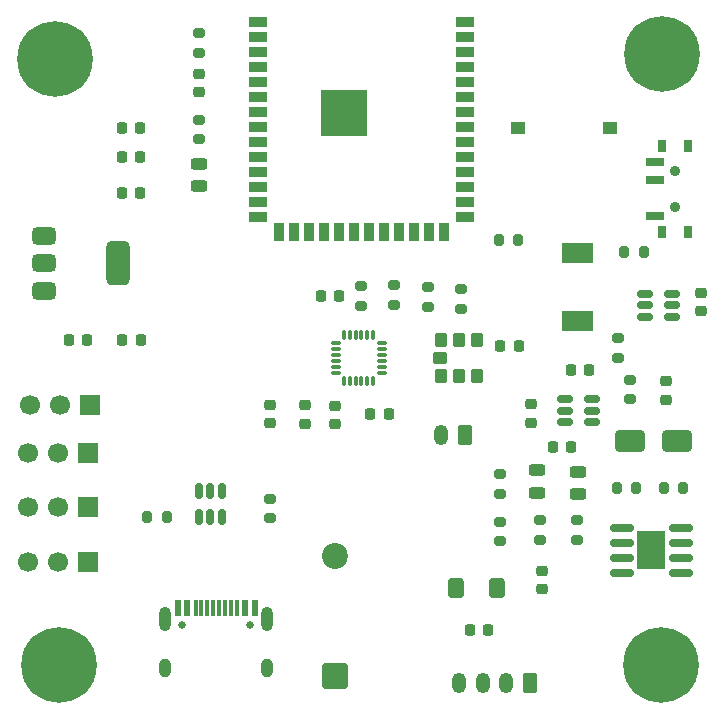
<source format=gts>
G04 #@! TF.GenerationSoftware,KiCad,Pcbnew,9.0.4-9.0.4-0~ubuntu22.04.1*
G04 #@! TF.CreationDate,2025-12-08T20:55:34+05:30*
G04 #@! TF.ProjectId,ESP32_FC,45535033-325f-4464-932e-6b696361645f,rev?*
G04 #@! TF.SameCoordinates,Original*
G04 #@! TF.FileFunction,Soldermask,Top*
G04 #@! TF.FilePolarity,Negative*
%FSLAX46Y46*%
G04 Gerber Fmt 4.6, Leading zero omitted, Abs format (unit mm)*
G04 Created by KiCad (PCBNEW 9.0.4-9.0.4-0~ubuntu22.04.1) date 2025-12-08 20:55:34*
%MOMM*%
%LPD*%
G01*
G04 APERTURE LIST*
G04 Aperture macros list*
%AMRoundRect*
0 Rectangle with rounded corners*
0 $1 Rounding radius*
0 $2 $3 $4 $5 $6 $7 $8 $9 X,Y pos of 4 corners*
0 Add a 4 corners polygon primitive as box body*
4,1,4,$2,$3,$4,$5,$6,$7,$8,$9,$2,$3,0*
0 Add four circle primitives for the rounded corners*
1,1,$1+$1,$2,$3*
1,1,$1+$1,$4,$5*
1,1,$1+$1,$6,$7*
1,1,$1+$1,$8,$9*
0 Add four rect primitives between the rounded corners*
20,1,$1+$1,$2,$3,$4,$5,0*
20,1,$1+$1,$4,$5,$6,$7,0*
20,1,$1+$1,$6,$7,$8,$9,0*
20,1,$1+$1,$8,$9,$2,$3,0*%
G04 Aperture macros list end*
%ADD10RoundRect,0.200000X-0.275000X0.200000X-0.275000X-0.200000X0.275000X-0.200000X0.275000X0.200000X0*%
%ADD11RoundRect,0.225000X0.250000X-0.225000X0.250000X0.225000X-0.250000X0.225000X-0.250000X-0.225000X0*%
%ADD12RoundRect,0.225000X0.225000X0.250000X-0.225000X0.250000X-0.225000X-0.250000X0.225000X-0.250000X0*%
%ADD13R,1.700000X1.700000*%
%ADD14C,1.700000*%
%ADD15RoundRect,0.225000X-0.225000X-0.250000X0.225000X-0.250000X0.225000X0.250000X-0.225000X0.250000X0*%
%ADD16RoundRect,0.200000X-0.200000X-0.275000X0.200000X-0.275000X0.200000X0.275000X-0.200000X0.275000X0*%
%ADD17RoundRect,0.225000X-0.250000X0.225000X-0.250000X-0.225000X0.250000X-0.225000X0.250000X0.225000X0*%
%ADD18C,0.800000*%
%ADD19C,6.400000*%
%ADD20RoundRect,0.243750X0.456250X-0.243750X0.456250X0.243750X-0.456250X0.243750X-0.456250X-0.243750X0*%
%ADD21RoundRect,0.250000X0.350000X0.625000X-0.350000X0.625000X-0.350000X-0.625000X0.350000X-0.625000X0*%
%ADD22O,1.200000X1.750000*%
%ADD23RoundRect,0.200000X0.275000X-0.200000X0.275000X0.200000X-0.275000X0.200000X-0.275000X-0.200000X0*%
%ADD24C,0.650000*%
%ADD25R,0.600000X1.450000*%
%ADD26R,0.300000X1.450000*%
%ADD27O,1.000000X2.100000*%
%ADD28O,1.000000X1.600000*%
%ADD29RoundRect,0.250000X-0.400000X-0.600000X0.400000X-0.600000X0.400000X0.600000X-0.400000X0.600000X0*%
%ADD30R,0.800000X1.000000*%
%ADD31C,0.900000*%
%ADD32R,1.500000X0.700000*%
%ADD33RoundRect,0.150000X-0.512500X-0.150000X0.512500X-0.150000X0.512500X0.150000X-0.512500X0.150000X0*%
%ADD34RoundRect,0.150000X0.150000X-0.512500X0.150000X0.512500X-0.150000X0.512500X-0.150000X-0.512500X0*%
%ADD35RoundRect,0.249999X0.850001X-0.850001X0.850001X0.850001X-0.850001X0.850001X-0.850001X-0.850001X0*%
%ADD36C,2.200000*%
%ADD37RoundRect,0.250000X1.000000X0.650000X-1.000000X0.650000X-1.000000X-0.650000X1.000000X-0.650000X0*%
%ADD38RoundRect,0.200000X0.200000X0.275000X-0.200000X0.275000X-0.200000X-0.275000X0.200000X-0.275000X0*%
%ADD39RoundRect,0.150000X0.825000X0.150000X-0.825000X0.150000X-0.825000X-0.150000X0.825000X-0.150000X0*%
%ADD40R,2.410000X3.300000*%
%ADD41R,1.250000X1.000000*%
%ADD42R,1.500000X0.900000*%
%ADD43R,0.900000X1.500000*%
%ADD44C,0.600000*%
%ADD45R,3.900000X3.900000*%
%ADD46RoundRect,0.375000X-0.625000X-0.375000X0.625000X-0.375000X0.625000X0.375000X-0.625000X0.375000X0*%
%ADD47RoundRect,0.500000X-0.500000X-1.400000X0.500000X-1.400000X0.500000X1.400000X-0.500000X1.400000X0*%
%ADD48RoundRect,0.075500X0.226500X-0.806500X0.226500X0.806500X-0.226500X0.806500X-0.226500X-0.806500X0*%
%ADD49RoundRect,0.075000X-0.075000X0.350000X-0.075000X-0.350000X0.075000X-0.350000X0.075000X0.350000X0*%
%ADD50RoundRect,0.075000X-0.350000X-0.075000X0.350000X-0.075000X0.350000X0.075000X-0.350000X0.075000X0*%
%ADD51RoundRect,0.102000X0.400000X0.500000X-0.400000X0.500000X-0.400000X-0.500000X0.400000X-0.500000X0*%
%ADD52RoundRect,0.102000X0.500000X0.400000X-0.500000X0.400000X-0.500000X-0.400000X0.500000X-0.400000X0*%
G04 APERTURE END LIST*
D10*
X132490000Y-106925000D03*
X132490000Y-108575000D03*
D11*
X138010000Y-100600000D03*
X138010000Y-99050000D03*
D12*
X121500000Y-75490000D03*
X119950000Y-75490000D03*
D13*
X117080000Y-112250000D03*
D14*
X114540000Y-112250000D03*
X112000000Y-112250000D03*
D13*
X117080000Y-103070000D03*
D14*
X114540000Y-103070000D03*
X112000000Y-103070000D03*
D11*
X169000000Y-91050000D03*
X169000000Y-89500000D03*
D15*
X156450000Y-102500000D03*
X158000000Y-102500000D03*
D16*
X161850000Y-106000000D03*
X163500000Y-106000000D03*
D15*
X136800000Y-89750000D03*
X138350000Y-89750000D03*
D17*
X166000000Y-96975000D03*
X166000000Y-98525000D03*
D16*
X162500000Y-86000000D03*
X164150000Y-86000000D03*
D18*
X111902944Y-69697056D03*
X112605888Y-68000000D03*
X112605888Y-71394112D03*
X114302944Y-67297056D03*
D19*
X114302944Y-69697056D03*
D18*
X114302944Y-72097056D03*
X116000000Y-68000000D03*
X116000000Y-71394112D03*
X116702944Y-69697056D03*
D20*
X155100000Y-106400000D03*
X155100000Y-104525000D03*
D15*
X120000000Y-93500000D03*
X121550000Y-93500000D03*
D12*
X153550000Y-94000000D03*
X152000000Y-94000000D03*
D21*
X154500000Y-122500000D03*
D22*
X152500000Y-122500000D03*
X150500000Y-122500000D03*
X148500000Y-122500000D03*
D23*
X145850000Y-90675000D03*
X145850000Y-89025000D03*
D24*
X125060000Y-117600000D03*
X130840000Y-117600000D03*
D25*
X124700000Y-116155000D03*
X125500000Y-116155000D03*
D26*
X126700000Y-116155000D03*
X127700000Y-116155000D03*
X128200000Y-116155000D03*
X129200000Y-116155000D03*
D25*
X130400000Y-116155000D03*
X131200000Y-116155000D03*
X131200000Y-116155000D03*
X130400000Y-116155000D03*
D26*
X129700000Y-116155000D03*
X128700000Y-116155000D03*
X127200000Y-116155000D03*
X126200000Y-116155000D03*
D25*
X125500000Y-116155000D03*
X124700000Y-116155000D03*
D27*
X123630000Y-117070000D03*
D28*
X123630000Y-121250000D03*
D27*
X132270000Y-117070000D03*
D28*
X132270000Y-121250000D03*
D29*
X148250000Y-114500000D03*
X151750000Y-114500000D03*
D21*
X149000000Y-101500000D03*
D22*
X147000000Y-101500000D03*
D11*
X155500000Y-114550000D03*
X155500000Y-113000000D03*
D30*
X165720000Y-84350000D03*
X167930000Y-84350000D03*
D31*
X166830000Y-82200000D03*
X166830000Y-79200000D03*
D30*
X165720000Y-77050000D03*
X167930000Y-77050000D03*
D32*
X165070000Y-82950000D03*
X165070000Y-79950000D03*
X165070000Y-78450000D03*
D17*
X135500000Y-99000000D03*
X135500000Y-100550000D03*
D12*
X142550000Y-99750000D03*
X141000000Y-99750000D03*
D10*
X158500000Y-108750000D03*
X158500000Y-110400000D03*
D15*
X149450000Y-118000000D03*
X151000000Y-118000000D03*
D18*
X112200000Y-121000000D03*
X112902944Y-119302944D03*
X112902944Y-122697056D03*
X114600000Y-118600000D03*
D19*
X114600000Y-121000000D03*
D18*
X114600000Y-123400000D03*
X116297056Y-119302944D03*
X116297056Y-122697056D03*
X117000000Y-121000000D03*
D33*
X157500000Y-98500000D03*
X157500000Y-99450000D03*
X157500000Y-100400000D03*
X159775000Y-100400000D03*
X159775000Y-99450000D03*
X159775000Y-98500000D03*
D10*
X126500000Y-74850000D03*
X126500000Y-76500000D03*
D15*
X157950000Y-96000000D03*
X159500000Y-96000000D03*
D18*
X163200000Y-121000000D03*
X163902944Y-119302944D03*
X163902944Y-122697056D03*
X165600000Y-118600000D03*
D19*
X165600000Y-121000000D03*
D18*
X165600000Y-123400000D03*
X167297056Y-119302944D03*
X167297056Y-122697056D03*
X168000000Y-121000000D03*
D23*
X126500000Y-69150000D03*
X126500000Y-67500000D03*
D10*
X152000000Y-104850000D03*
X152000000Y-106500000D03*
X162000000Y-93350000D03*
X162000000Y-95000000D03*
D18*
X163297056Y-69302944D03*
X164000000Y-67605888D03*
X164000000Y-71000000D03*
X165697056Y-66902944D03*
D19*
X165697056Y-69302944D03*
D18*
X165697056Y-71702944D03*
X167394112Y-67605888D03*
X167394112Y-71000000D03*
X168097056Y-69302944D03*
D34*
X126500000Y-108500000D03*
X127450000Y-108500000D03*
X128400000Y-108500000D03*
X128400000Y-106225000D03*
X127450000Y-106225000D03*
X126500000Y-106225000D03*
D35*
X138000000Y-121910000D03*
D36*
X138000000Y-111750000D03*
D37*
X167000000Y-102000000D03*
X163000000Y-102000000D03*
D38*
X167500000Y-106000000D03*
X165850000Y-106000000D03*
D13*
X117080000Y-107660000D03*
D14*
X114540000Y-107660000D03*
X112000000Y-107660000D03*
D17*
X154600000Y-98925000D03*
X154600000Y-100475000D03*
D39*
X167275000Y-113205000D03*
X167275000Y-111935000D03*
X167275000Y-110665000D03*
X167275000Y-109395000D03*
X162325000Y-109395000D03*
X162325000Y-110665000D03*
X162325000Y-111935000D03*
X162325000Y-113205000D03*
D40*
X164800000Y-111300000D03*
D10*
X155400000Y-108750000D03*
X155400000Y-110400000D03*
D12*
X121500000Y-81000000D03*
X119950000Y-81000000D03*
D13*
X117250000Y-99000000D03*
D14*
X114710000Y-99000000D03*
X112170000Y-99000000D03*
D23*
X163000000Y-98500000D03*
X163000000Y-96850000D03*
X148650000Y-90825000D03*
X148650000Y-89175000D03*
D20*
X158600000Y-106500000D03*
X158600000Y-104625000D03*
D33*
X164225000Y-89600000D03*
X164225000Y-90550000D03*
X164225000Y-91500000D03*
X166500000Y-91500000D03*
X166500000Y-90550000D03*
X166500000Y-89600000D03*
D23*
X143000000Y-90500000D03*
X143000000Y-88850000D03*
D41*
X153500000Y-75500000D03*
X161250000Y-75500000D03*
D42*
X131500000Y-66570000D03*
X131500000Y-67840000D03*
X131500000Y-69110000D03*
X131500000Y-70380000D03*
X131500000Y-71650000D03*
X131500000Y-72920000D03*
X131500000Y-74190000D03*
X131500000Y-75460000D03*
X131500000Y-76730000D03*
X131500000Y-78000000D03*
X131500000Y-79270000D03*
X131500000Y-80540000D03*
X131500000Y-81810000D03*
X131500000Y-83080000D03*
D43*
X133265000Y-84330000D03*
X134535000Y-84330000D03*
X135805000Y-84330000D03*
X137075000Y-84330000D03*
X138345000Y-84330000D03*
X139615000Y-84330000D03*
X140885000Y-84330000D03*
X142155000Y-84330000D03*
X143425000Y-84330000D03*
X144695000Y-84330000D03*
X145965000Y-84330000D03*
X147235000Y-84330000D03*
D42*
X149000000Y-83080000D03*
X149000000Y-81810000D03*
X149000000Y-80540000D03*
X149000000Y-79270000D03*
X149000000Y-78000000D03*
X149000000Y-76730000D03*
X149000000Y-75460000D03*
X149000000Y-74190000D03*
X149000000Y-72920000D03*
X149000000Y-71650000D03*
X149000000Y-70380000D03*
X149000000Y-69110000D03*
X149000000Y-67840000D03*
X149000000Y-66570000D03*
D44*
X137350000Y-73590000D03*
X137350000Y-74990000D03*
X138050000Y-72890000D03*
X138050000Y-74290000D03*
X138050000Y-75690000D03*
X138750000Y-73590000D03*
D45*
X138750000Y-74290000D03*
D44*
X138750000Y-74990000D03*
X139450000Y-72890000D03*
X139450000Y-74290000D03*
X139450000Y-75690000D03*
X140150000Y-73590000D03*
X140150000Y-74990000D03*
D16*
X151850000Y-85000000D03*
X153500000Y-85000000D03*
D46*
X113350000Y-84700000D03*
X113350000Y-87000000D03*
D47*
X119650000Y-87000000D03*
D46*
X113350000Y-89300000D03*
D48*
X157525000Y-91880000D03*
X158175000Y-91880000D03*
X158825000Y-91880000D03*
X159475000Y-91880000D03*
X159475000Y-86120000D03*
X158825000Y-86120000D03*
X158175000Y-86120000D03*
X157525000Y-86120000D03*
D15*
X115500000Y-93500000D03*
X117050000Y-93500000D03*
D49*
X141250000Y-93050000D03*
X140750000Y-93050000D03*
X140250000Y-93050000D03*
X139750000Y-93050000D03*
X139250000Y-93050000D03*
X138750000Y-93050000D03*
D50*
X138050000Y-93750000D03*
X138050000Y-94250000D03*
X138050000Y-94750000D03*
X138050000Y-95250000D03*
X138050000Y-95750000D03*
X138050000Y-96250000D03*
D49*
X138750000Y-96950000D03*
X139250000Y-96950000D03*
X139750000Y-96950000D03*
X140250000Y-96950000D03*
X140750000Y-96950000D03*
X141250000Y-96950000D03*
D50*
X141950000Y-96250000D03*
X141950000Y-95750000D03*
X141950000Y-95250000D03*
X141950000Y-94750000D03*
X141950000Y-94250000D03*
X141950000Y-93750000D03*
D20*
X126500000Y-80437500D03*
X126500000Y-78562500D03*
D51*
X147000000Y-96500000D03*
X148500000Y-96500000D03*
X150000000Y-96500000D03*
X150000000Y-93500000D03*
X148500000Y-93500000D03*
X147000000Y-93500000D03*
D52*
X146900000Y-95000000D03*
D23*
X140200000Y-90575000D03*
X140200000Y-88925000D03*
D10*
X152000000Y-108850000D03*
X152000000Y-110500000D03*
D16*
X122100000Y-108500000D03*
X123750000Y-108500000D03*
D11*
X132500000Y-100500000D03*
X132500000Y-98950000D03*
D12*
X121500000Y-78000000D03*
X119950000Y-78000000D03*
D17*
X126500000Y-70950000D03*
X126500000Y-72500000D03*
M02*

</source>
